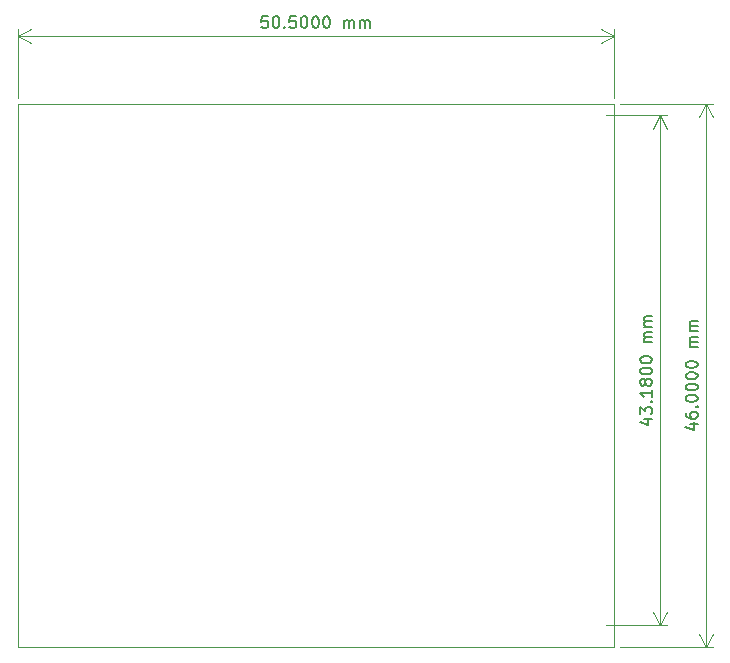
<source format=gbr>
%TF.GenerationSoftware,KiCad,Pcbnew,8.0.8*%
%TF.CreationDate,2025-03-10T22:00:58-04:00*%
%TF.ProjectId,PWM Module 2.0,50574d20-4d6f-4647-956c-6520322e302e,rev?*%
%TF.SameCoordinates,Original*%
%TF.FileFunction,Profile,NP*%
%FSLAX46Y46*%
G04 Gerber Fmt 4.6, Leading zero omitted, Abs format (unit mm)*
G04 Created by KiCad (PCBNEW 8.0.8) date 2025-03-10 22:00:58*
%MOMM*%
%LPD*%
G01*
G04 APERTURE LIST*
%TA.AperFunction,Profile*%
%ADD10C,0.050000*%
%TD*%
%ADD11C,0.150000*%
G04 APERTURE END LIST*
D10*
X151340000Y-24400000D02*
X201840000Y-24400000D01*
X201840000Y-70400000D01*
X151340000Y-70400000D01*
X151340000Y-24400000D01*
D11*
X208238152Y-51542856D02*
X208904819Y-51542856D01*
X207857200Y-51780951D02*
X208571485Y-52019046D01*
X208571485Y-52019046D02*
X208571485Y-51399999D01*
X207904819Y-50590475D02*
X207904819Y-50780951D01*
X207904819Y-50780951D02*
X207952438Y-50876189D01*
X207952438Y-50876189D02*
X208000057Y-50923808D01*
X208000057Y-50923808D02*
X208142914Y-51019046D01*
X208142914Y-51019046D02*
X208333390Y-51066665D01*
X208333390Y-51066665D02*
X208714342Y-51066665D01*
X208714342Y-51066665D02*
X208809580Y-51019046D01*
X208809580Y-51019046D02*
X208857200Y-50971427D01*
X208857200Y-50971427D02*
X208904819Y-50876189D01*
X208904819Y-50876189D02*
X208904819Y-50685713D01*
X208904819Y-50685713D02*
X208857200Y-50590475D01*
X208857200Y-50590475D02*
X208809580Y-50542856D01*
X208809580Y-50542856D02*
X208714342Y-50495237D01*
X208714342Y-50495237D02*
X208476247Y-50495237D01*
X208476247Y-50495237D02*
X208381009Y-50542856D01*
X208381009Y-50542856D02*
X208333390Y-50590475D01*
X208333390Y-50590475D02*
X208285771Y-50685713D01*
X208285771Y-50685713D02*
X208285771Y-50876189D01*
X208285771Y-50876189D02*
X208333390Y-50971427D01*
X208333390Y-50971427D02*
X208381009Y-51019046D01*
X208381009Y-51019046D02*
X208476247Y-51066665D01*
X208809580Y-50066665D02*
X208857200Y-50019046D01*
X208857200Y-50019046D02*
X208904819Y-50066665D01*
X208904819Y-50066665D02*
X208857200Y-50114284D01*
X208857200Y-50114284D02*
X208809580Y-50066665D01*
X208809580Y-50066665D02*
X208904819Y-50066665D01*
X207904819Y-49399999D02*
X207904819Y-49304761D01*
X207904819Y-49304761D02*
X207952438Y-49209523D01*
X207952438Y-49209523D02*
X208000057Y-49161904D01*
X208000057Y-49161904D02*
X208095295Y-49114285D01*
X208095295Y-49114285D02*
X208285771Y-49066666D01*
X208285771Y-49066666D02*
X208523866Y-49066666D01*
X208523866Y-49066666D02*
X208714342Y-49114285D01*
X208714342Y-49114285D02*
X208809580Y-49161904D01*
X208809580Y-49161904D02*
X208857200Y-49209523D01*
X208857200Y-49209523D02*
X208904819Y-49304761D01*
X208904819Y-49304761D02*
X208904819Y-49399999D01*
X208904819Y-49399999D02*
X208857200Y-49495237D01*
X208857200Y-49495237D02*
X208809580Y-49542856D01*
X208809580Y-49542856D02*
X208714342Y-49590475D01*
X208714342Y-49590475D02*
X208523866Y-49638094D01*
X208523866Y-49638094D02*
X208285771Y-49638094D01*
X208285771Y-49638094D02*
X208095295Y-49590475D01*
X208095295Y-49590475D02*
X208000057Y-49542856D01*
X208000057Y-49542856D02*
X207952438Y-49495237D01*
X207952438Y-49495237D02*
X207904819Y-49399999D01*
X207904819Y-48447618D02*
X207904819Y-48352380D01*
X207904819Y-48352380D02*
X207952438Y-48257142D01*
X207952438Y-48257142D02*
X208000057Y-48209523D01*
X208000057Y-48209523D02*
X208095295Y-48161904D01*
X208095295Y-48161904D02*
X208285771Y-48114285D01*
X208285771Y-48114285D02*
X208523866Y-48114285D01*
X208523866Y-48114285D02*
X208714342Y-48161904D01*
X208714342Y-48161904D02*
X208809580Y-48209523D01*
X208809580Y-48209523D02*
X208857200Y-48257142D01*
X208857200Y-48257142D02*
X208904819Y-48352380D01*
X208904819Y-48352380D02*
X208904819Y-48447618D01*
X208904819Y-48447618D02*
X208857200Y-48542856D01*
X208857200Y-48542856D02*
X208809580Y-48590475D01*
X208809580Y-48590475D02*
X208714342Y-48638094D01*
X208714342Y-48638094D02*
X208523866Y-48685713D01*
X208523866Y-48685713D02*
X208285771Y-48685713D01*
X208285771Y-48685713D02*
X208095295Y-48638094D01*
X208095295Y-48638094D02*
X208000057Y-48590475D01*
X208000057Y-48590475D02*
X207952438Y-48542856D01*
X207952438Y-48542856D02*
X207904819Y-48447618D01*
X207904819Y-47495237D02*
X207904819Y-47399999D01*
X207904819Y-47399999D02*
X207952438Y-47304761D01*
X207952438Y-47304761D02*
X208000057Y-47257142D01*
X208000057Y-47257142D02*
X208095295Y-47209523D01*
X208095295Y-47209523D02*
X208285771Y-47161904D01*
X208285771Y-47161904D02*
X208523866Y-47161904D01*
X208523866Y-47161904D02*
X208714342Y-47209523D01*
X208714342Y-47209523D02*
X208809580Y-47257142D01*
X208809580Y-47257142D02*
X208857200Y-47304761D01*
X208857200Y-47304761D02*
X208904819Y-47399999D01*
X208904819Y-47399999D02*
X208904819Y-47495237D01*
X208904819Y-47495237D02*
X208857200Y-47590475D01*
X208857200Y-47590475D02*
X208809580Y-47638094D01*
X208809580Y-47638094D02*
X208714342Y-47685713D01*
X208714342Y-47685713D02*
X208523866Y-47733332D01*
X208523866Y-47733332D02*
X208285771Y-47733332D01*
X208285771Y-47733332D02*
X208095295Y-47685713D01*
X208095295Y-47685713D02*
X208000057Y-47638094D01*
X208000057Y-47638094D02*
X207952438Y-47590475D01*
X207952438Y-47590475D02*
X207904819Y-47495237D01*
X207904819Y-46542856D02*
X207904819Y-46447618D01*
X207904819Y-46447618D02*
X207952438Y-46352380D01*
X207952438Y-46352380D02*
X208000057Y-46304761D01*
X208000057Y-46304761D02*
X208095295Y-46257142D01*
X208095295Y-46257142D02*
X208285771Y-46209523D01*
X208285771Y-46209523D02*
X208523866Y-46209523D01*
X208523866Y-46209523D02*
X208714342Y-46257142D01*
X208714342Y-46257142D02*
X208809580Y-46304761D01*
X208809580Y-46304761D02*
X208857200Y-46352380D01*
X208857200Y-46352380D02*
X208904819Y-46447618D01*
X208904819Y-46447618D02*
X208904819Y-46542856D01*
X208904819Y-46542856D02*
X208857200Y-46638094D01*
X208857200Y-46638094D02*
X208809580Y-46685713D01*
X208809580Y-46685713D02*
X208714342Y-46733332D01*
X208714342Y-46733332D02*
X208523866Y-46780951D01*
X208523866Y-46780951D02*
X208285771Y-46780951D01*
X208285771Y-46780951D02*
X208095295Y-46733332D01*
X208095295Y-46733332D02*
X208000057Y-46685713D01*
X208000057Y-46685713D02*
X207952438Y-46638094D01*
X207952438Y-46638094D02*
X207904819Y-46542856D01*
X208904819Y-45019046D02*
X208238152Y-45019046D01*
X208333390Y-45019046D02*
X208285771Y-44971427D01*
X208285771Y-44971427D02*
X208238152Y-44876189D01*
X208238152Y-44876189D02*
X208238152Y-44733332D01*
X208238152Y-44733332D02*
X208285771Y-44638094D01*
X208285771Y-44638094D02*
X208381009Y-44590475D01*
X208381009Y-44590475D02*
X208904819Y-44590475D01*
X208381009Y-44590475D02*
X208285771Y-44542856D01*
X208285771Y-44542856D02*
X208238152Y-44447618D01*
X208238152Y-44447618D02*
X208238152Y-44304761D01*
X208238152Y-44304761D02*
X208285771Y-44209522D01*
X208285771Y-44209522D02*
X208381009Y-44161903D01*
X208381009Y-44161903D02*
X208904819Y-44161903D01*
X208904819Y-43685713D02*
X208238152Y-43685713D01*
X208333390Y-43685713D02*
X208285771Y-43638094D01*
X208285771Y-43638094D02*
X208238152Y-43542856D01*
X208238152Y-43542856D02*
X208238152Y-43399999D01*
X208238152Y-43399999D02*
X208285771Y-43304761D01*
X208285771Y-43304761D02*
X208381009Y-43257142D01*
X208381009Y-43257142D02*
X208904819Y-43257142D01*
X208381009Y-43257142D02*
X208285771Y-43209523D01*
X208285771Y-43209523D02*
X208238152Y-43114285D01*
X208238152Y-43114285D02*
X208238152Y-42971428D01*
X208238152Y-42971428D02*
X208285771Y-42876189D01*
X208285771Y-42876189D02*
X208381009Y-42828570D01*
X208381009Y-42828570D02*
X208904819Y-42828570D01*
D10*
X202340000Y-70400000D02*
X210186420Y-70400000D01*
X202340000Y-24400000D02*
X210186420Y-24400000D01*
X209600000Y-70400000D02*
X209600000Y-24400000D01*
X209600000Y-70400000D02*
X209600000Y-24400000D01*
X209600000Y-70400000D02*
X209013579Y-69273496D01*
X209600000Y-70400000D02*
X210186421Y-69273496D01*
X209600000Y-24400000D02*
X210186421Y-25526504D01*
X209600000Y-24400000D02*
X209013579Y-25526504D01*
D11*
X172494762Y-17004820D02*
X172018572Y-17004820D01*
X172018572Y-17004820D02*
X171970953Y-17481010D01*
X171970953Y-17481010D02*
X172018572Y-17433391D01*
X172018572Y-17433391D02*
X172113810Y-17385772D01*
X172113810Y-17385772D02*
X172351905Y-17385772D01*
X172351905Y-17385772D02*
X172447143Y-17433391D01*
X172447143Y-17433391D02*
X172494762Y-17481010D01*
X172494762Y-17481010D02*
X172542381Y-17576248D01*
X172542381Y-17576248D02*
X172542381Y-17814343D01*
X172542381Y-17814343D02*
X172494762Y-17909581D01*
X172494762Y-17909581D02*
X172447143Y-17957201D01*
X172447143Y-17957201D02*
X172351905Y-18004820D01*
X172351905Y-18004820D02*
X172113810Y-18004820D01*
X172113810Y-18004820D02*
X172018572Y-17957201D01*
X172018572Y-17957201D02*
X171970953Y-17909581D01*
X173161429Y-17004820D02*
X173256667Y-17004820D01*
X173256667Y-17004820D02*
X173351905Y-17052439D01*
X173351905Y-17052439D02*
X173399524Y-17100058D01*
X173399524Y-17100058D02*
X173447143Y-17195296D01*
X173447143Y-17195296D02*
X173494762Y-17385772D01*
X173494762Y-17385772D02*
X173494762Y-17623867D01*
X173494762Y-17623867D02*
X173447143Y-17814343D01*
X173447143Y-17814343D02*
X173399524Y-17909581D01*
X173399524Y-17909581D02*
X173351905Y-17957201D01*
X173351905Y-17957201D02*
X173256667Y-18004820D01*
X173256667Y-18004820D02*
X173161429Y-18004820D01*
X173161429Y-18004820D02*
X173066191Y-17957201D01*
X173066191Y-17957201D02*
X173018572Y-17909581D01*
X173018572Y-17909581D02*
X172970953Y-17814343D01*
X172970953Y-17814343D02*
X172923334Y-17623867D01*
X172923334Y-17623867D02*
X172923334Y-17385772D01*
X172923334Y-17385772D02*
X172970953Y-17195296D01*
X172970953Y-17195296D02*
X173018572Y-17100058D01*
X173018572Y-17100058D02*
X173066191Y-17052439D01*
X173066191Y-17052439D02*
X173161429Y-17004820D01*
X173923334Y-17909581D02*
X173970953Y-17957201D01*
X173970953Y-17957201D02*
X173923334Y-18004820D01*
X173923334Y-18004820D02*
X173875715Y-17957201D01*
X173875715Y-17957201D02*
X173923334Y-17909581D01*
X173923334Y-17909581D02*
X173923334Y-18004820D01*
X174875714Y-17004820D02*
X174399524Y-17004820D01*
X174399524Y-17004820D02*
X174351905Y-17481010D01*
X174351905Y-17481010D02*
X174399524Y-17433391D01*
X174399524Y-17433391D02*
X174494762Y-17385772D01*
X174494762Y-17385772D02*
X174732857Y-17385772D01*
X174732857Y-17385772D02*
X174828095Y-17433391D01*
X174828095Y-17433391D02*
X174875714Y-17481010D01*
X174875714Y-17481010D02*
X174923333Y-17576248D01*
X174923333Y-17576248D02*
X174923333Y-17814343D01*
X174923333Y-17814343D02*
X174875714Y-17909581D01*
X174875714Y-17909581D02*
X174828095Y-17957201D01*
X174828095Y-17957201D02*
X174732857Y-18004820D01*
X174732857Y-18004820D02*
X174494762Y-18004820D01*
X174494762Y-18004820D02*
X174399524Y-17957201D01*
X174399524Y-17957201D02*
X174351905Y-17909581D01*
X175542381Y-17004820D02*
X175637619Y-17004820D01*
X175637619Y-17004820D02*
X175732857Y-17052439D01*
X175732857Y-17052439D02*
X175780476Y-17100058D01*
X175780476Y-17100058D02*
X175828095Y-17195296D01*
X175828095Y-17195296D02*
X175875714Y-17385772D01*
X175875714Y-17385772D02*
X175875714Y-17623867D01*
X175875714Y-17623867D02*
X175828095Y-17814343D01*
X175828095Y-17814343D02*
X175780476Y-17909581D01*
X175780476Y-17909581D02*
X175732857Y-17957201D01*
X175732857Y-17957201D02*
X175637619Y-18004820D01*
X175637619Y-18004820D02*
X175542381Y-18004820D01*
X175542381Y-18004820D02*
X175447143Y-17957201D01*
X175447143Y-17957201D02*
X175399524Y-17909581D01*
X175399524Y-17909581D02*
X175351905Y-17814343D01*
X175351905Y-17814343D02*
X175304286Y-17623867D01*
X175304286Y-17623867D02*
X175304286Y-17385772D01*
X175304286Y-17385772D02*
X175351905Y-17195296D01*
X175351905Y-17195296D02*
X175399524Y-17100058D01*
X175399524Y-17100058D02*
X175447143Y-17052439D01*
X175447143Y-17052439D02*
X175542381Y-17004820D01*
X176494762Y-17004820D02*
X176590000Y-17004820D01*
X176590000Y-17004820D02*
X176685238Y-17052439D01*
X176685238Y-17052439D02*
X176732857Y-17100058D01*
X176732857Y-17100058D02*
X176780476Y-17195296D01*
X176780476Y-17195296D02*
X176828095Y-17385772D01*
X176828095Y-17385772D02*
X176828095Y-17623867D01*
X176828095Y-17623867D02*
X176780476Y-17814343D01*
X176780476Y-17814343D02*
X176732857Y-17909581D01*
X176732857Y-17909581D02*
X176685238Y-17957201D01*
X176685238Y-17957201D02*
X176590000Y-18004820D01*
X176590000Y-18004820D02*
X176494762Y-18004820D01*
X176494762Y-18004820D02*
X176399524Y-17957201D01*
X176399524Y-17957201D02*
X176351905Y-17909581D01*
X176351905Y-17909581D02*
X176304286Y-17814343D01*
X176304286Y-17814343D02*
X176256667Y-17623867D01*
X176256667Y-17623867D02*
X176256667Y-17385772D01*
X176256667Y-17385772D02*
X176304286Y-17195296D01*
X176304286Y-17195296D02*
X176351905Y-17100058D01*
X176351905Y-17100058D02*
X176399524Y-17052439D01*
X176399524Y-17052439D02*
X176494762Y-17004820D01*
X177447143Y-17004820D02*
X177542381Y-17004820D01*
X177542381Y-17004820D02*
X177637619Y-17052439D01*
X177637619Y-17052439D02*
X177685238Y-17100058D01*
X177685238Y-17100058D02*
X177732857Y-17195296D01*
X177732857Y-17195296D02*
X177780476Y-17385772D01*
X177780476Y-17385772D02*
X177780476Y-17623867D01*
X177780476Y-17623867D02*
X177732857Y-17814343D01*
X177732857Y-17814343D02*
X177685238Y-17909581D01*
X177685238Y-17909581D02*
X177637619Y-17957201D01*
X177637619Y-17957201D02*
X177542381Y-18004820D01*
X177542381Y-18004820D02*
X177447143Y-18004820D01*
X177447143Y-18004820D02*
X177351905Y-17957201D01*
X177351905Y-17957201D02*
X177304286Y-17909581D01*
X177304286Y-17909581D02*
X177256667Y-17814343D01*
X177256667Y-17814343D02*
X177209048Y-17623867D01*
X177209048Y-17623867D02*
X177209048Y-17385772D01*
X177209048Y-17385772D02*
X177256667Y-17195296D01*
X177256667Y-17195296D02*
X177304286Y-17100058D01*
X177304286Y-17100058D02*
X177351905Y-17052439D01*
X177351905Y-17052439D02*
X177447143Y-17004820D01*
X178970953Y-18004820D02*
X178970953Y-17338153D01*
X178970953Y-17433391D02*
X179018572Y-17385772D01*
X179018572Y-17385772D02*
X179113810Y-17338153D01*
X179113810Y-17338153D02*
X179256667Y-17338153D01*
X179256667Y-17338153D02*
X179351905Y-17385772D01*
X179351905Y-17385772D02*
X179399524Y-17481010D01*
X179399524Y-17481010D02*
X179399524Y-18004820D01*
X179399524Y-17481010D02*
X179447143Y-17385772D01*
X179447143Y-17385772D02*
X179542381Y-17338153D01*
X179542381Y-17338153D02*
X179685238Y-17338153D01*
X179685238Y-17338153D02*
X179780477Y-17385772D01*
X179780477Y-17385772D02*
X179828096Y-17481010D01*
X179828096Y-17481010D02*
X179828096Y-18004820D01*
X180304286Y-18004820D02*
X180304286Y-17338153D01*
X180304286Y-17433391D02*
X180351905Y-17385772D01*
X180351905Y-17385772D02*
X180447143Y-17338153D01*
X180447143Y-17338153D02*
X180590000Y-17338153D01*
X180590000Y-17338153D02*
X180685238Y-17385772D01*
X180685238Y-17385772D02*
X180732857Y-17481010D01*
X180732857Y-17481010D02*
X180732857Y-18004820D01*
X180732857Y-17481010D02*
X180780476Y-17385772D01*
X180780476Y-17385772D02*
X180875714Y-17338153D01*
X180875714Y-17338153D02*
X181018571Y-17338153D01*
X181018571Y-17338153D02*
X181113810Y-17385772D01*
X181113810Y-17385772D02*
X181161429Y-17481010D01*
X181161429Y-17481010D02*
X181161429Y-18004820D01*
D10*
X201840000Y-23900000D02*
X201840000Y-18113581D01*
X151340000Y-23900000D02*
X151340000Y-18113581D01*
X201840000Y-18700001D02*
X151340000Y-18700001D01*
X201840000Y-18700001D02*
X151340000Y-18700001D01*
X201840000Y-18700001D02*
X200713496Y-19286422D01*
X201840000Y-18700001D02*
X200713496Y-18113580D01*
X151340000Y-18700001D02*
X152466504Y-18113580D01*
X151340000Y-18700001D02*
X152466504Y-19286422D01*
D11*
X204378152Y-51132856D02*
X205044819Y-51132856D01*
X203997200Y-51370951D02*
X204711485Y-51609046D01*
X204711485Y-51609046D02*
X204711485Y-50989999D01*
X204044819Y-50704284D02*
X204044819Y-50085237D01*
X204044819Y-50085237D02*
X204425771Y-50418570D01*
X204425771Y-50418570D02*
X204425771Y-50275713D01*
X204425771Y-50275713D02*
X204473390Y-50180475D01*
X204473390Y-50180475D02*
X204521009Y-50132856D01*
X204521009Y-50132856D02*
X204616247Y-50085237D01*
X204616247Y-50085237D02*
X204854342Y-50085237D01*
X204854342Y-50085237D02*
X204949580Y-50132856D01*
X204949580Y-50132856D02*
X204997200Y-50180475D01*
X204997200Y-50180475D02*
X205044819Y-50275713D01*
X205044819Y-50275713D02*
X205044819Y-50561427D01*
X205044819Y-50561427D02*
X204997200Y-50656665D01*
X204997200Y-50656665D02*
X204949580Y-50704284D01*
X204949580Y-49656665D02*
X204997200Y-49609046D01*
X204997200Y-49609046D02*
X205044819Y-49656665D01*
X205044819Y-49656665D02*
X204997200Y-49704284D01*
X204997200Y-49704284D02*
X204949580Y-49656665D01*
X204949580Y-49656665D02*
X205044819Y-49656665D01*
X205044819Y-48656666D02*
X205044819Y-49228094D01*
X205044819Y-48942380D02*
X204044819Y-48942380D01*
X204044819Y-48942380D02*
X204187676Y-49037618D01*
X204187676Y-49037618D02*
X204282914Y-49132856D01*
X204282914Y-49132856D02*
X204330533Y-49228094D01*
X204473390Y-48085237D02*
X204425771Y-48180475D01*
X204425771Y-48180475D02*
X204378152Y-48228094D01*
X204378152Y-48228094D02*
X204282914Y-48275713D01*
X204282914Y-48275713D02*
X204235295Y-48275713D01*
X204235295Y-48275713D02*
X204140057Y-48228094D01*
X204140057Y-48228094D02*
X204092438Y-48180475D01*
X204092438Y-48180475D02*
X204044819Y-48085237D01*
X204044819Y-48085237D02*
X204044819Y-47894761D01*
X204044819Y-47894761D02*
X204092438Y-47799523D01*
X204092438Y-47799523D02*
X204140057Y-47751904D01*
X204140057Y-47751904D02*
X204235295Y-47704285D01*
X204235295Y-47704285D02*
X204282914Y-47704285D01*
X204282914Y-47704285D02*
X204378152Y-47751904D01*
X204378152Y-47751904D02*
X204425771Y-47799523D01*
X204425771Y-47799523D02*
X204473390Y-47894761D01*
X204473390Y-47894761D02*
X204473390Y-48085237D01*
X204473390Y-48085237D02*
X204521009Y-48180475D01*
X204521009Y-48180475D02*
X204568628Y-48228094D01*
X204568628Y-48228094D02*
X204663866Y-48275713D01*
X204663866Y-48275713D02*
X204854342Y-48275713D01*
X204854342Y-48275713D02*
X204949580Y-48228094D01*
X204949580Y-48228094D02*
X204997200Y-48180475D01*
X204997200Y-48180475D02*
X205044819Y-48085237D01*
X205044819Y-48085237D02*
X205044819Y-47894761D01*
X205044819Y-47894761D02*
X204997200Y-47799523D01*
X204997200Y-47799523D02*
X204949580Y-47751904D01*
X204949580Y-47751904D02*
X204854342Y-47704285D01*
X204854342Y-47704285D02*
X204663866Y-47704285D01*
X204663866Y-47704285D02*
X204568628Y-47751904D01*
X204568628Y-47751904D02*
X204521009Y-47799523D01*
X204521009Y-47799523D02*
X204473390Y-47894761D01*
X204044819Y-47085237D02*
X204044819Y-46989999D01*
X204044819Y-46989999D02*
X204092438Y-46894761D01*
X204092438Y-46894761D02*
X204140057Y-46847142D01*
X204140057Y-46847142D02*
X204235295Y-46799523D01*
X204235295Y-46799523D02*
X204425771Y-46751904D01*
X204425771Y-46751904D02*
X204663866Y-46751904D01*
X204663866Y-46751904D02*
X204854342Y-46799523D01*
X204854342Y-46799523D02*
X204949580Y-46847142D01*
X204949580Y-46847142D02*
X204997200Y-46894761D01*
X204997200Y-46894761D02*
X205044819Y-46989999D01*
X205044819Y-46989999D02*
X205044819Y-47085237D01*
X205044819Y-47085237D02*
X204997200Y-47180475D01*
X204997200Y-47180475D02*
X204949580Y-47228094D01*
X204949580Y-47228094D02*
X204854342Y-47275713D01*
X204854342Y-47275713D02*
X204663866Y-47323332D01*
X204663866Y-47323332D02*
X204425771Y-47323332D01*
X204425771Y-47323332D02*
X204235295Y-47275713D01*
X204235295Y-47275713D02*
X204140057Y-47228094D01*
X204140057Y-47228094D02*
X204092438Y-47180475D01*
X204092438Y-47180475D02*
X204044819Y-47085237D01*
X204044819Y-46132856D02*
X204044819Y-46037618D01*
X204044819Y-46037618D02*
X204092438Y-45942380D01*
X204092438Y-45942380D02*
X204140057Y-45894761D01*
X204140057Y-45894761D02*
X204235295Y-45847142D01*
X204235295Y-45847142D02*
X204425771Y-45799523D01*
X204425771Y-45799523D02*
X204663866Y-45799523D01*
X204663866Y-45799523D02*
X204854342Y-45847142D01*
X204854342Y-45847142D02*
X204949580Y-45894761D01*
X204949580Y-45894761D02*
X204997200Y-45942380D01*
X204997200Y-45942380D02*
X205044819Y-46037618D01*
X205044819Y-46037618D02*
X205044819Y-46132856D01*
X205044819Y-46132856D02*
X204997200Y-46228094D01*
X204997200Y-46228094D02*
X204949580Y-46275713D01*
X204949580Y-46275713D02*
X204854342Y-46323332D01*
X204854342Y-46323332D02*
X204663866Y-46370951D01*
X204663866Y-46370951D02*
X204425771Y-46370951D01*
X204425771Y-46370951D02*
X204235295Y-46323332D01*
X204235295Y-46323332D02*
X204140057Y-46275713D01*
X204140057Y-46275713D02*
X204092438Y-46228094D01*
X204092438Y-46228094D02*
X204044819Y-46132856D01*
X205044819Y-44609046D02*
X204378152Y-44609046D01*
X204473390Y-44609046D02*
X204425771Y-44561427D01*
X204425771Y-44561427D02*
X204378152Y-44466189D01*
X204378152Y-44466189D02*
X204378152Y-44323332D01*
X204378152Y-44323332D02*
X204425771Y-44228094D01*
X204425771Y-44228094D02*
X204521009Y-44180475D01*
X204521009Y-44180475D02*
X205044819Y-44180475D01*
X204521009Y-44180475D02*
X204425771Y-44132856D01*
X204425771Y-44132856D02*
X204378152Y-44037618D01*
X204378152Y-44037618D02*
X204378152Y-43894761D01*
X204378152Y-43894761D02*
X204425771Y-43799522D01*
X204425771Y-43799522D02*
X204521009Y-43751903D01*
X204521009Y-43751903D02*
X205044819Y-43751903D01*
X205044819Y-43275713D02*
X204378152Y-43275713D01*
X204473390Y-43275713D02*
X204425771Y-43228094D01*
X204425771Y-43228094D02*
X204378152Y-43132856D01*
X204378152Y-43132856D02*
X204378152Y-42989999D01*
X204378152Y-42989999D02*
X204425771Y-42894761D01*
X204425771Y-42894761D02*
X204521009Y-42847142D01*
X204521009Y-42847142D02*
X205044819Y-42847142D01*
X204521009Y-42847142D02*
X204425771Y-42799523D01*
X204425771Y-42799523D02*
X204378152Y-42704285D01*
X204378152Y-42704285D02*
X204378152Y-42561428D01*
X204378152Y-42561428D02*
X204425771Y-42466189D01*
X204425771Y-42466189D02*
X204521009Y-42418570D01*
X204521009Y-42418570D02*
X205044819Y-42418570D01*
D10*
X201160000Y-68580000D02*
X206326420Y-68580000D01*
X201160000Y-25400000D02*
X206326420Y-25400000D01*
X205740000Y-68580000D02*
X205740000Y-25400000D01*
X205740000Y-68580000D02*
X205740000Y-25400000D01*
X205740000Y-68580000D02*
X205153579Y-67453496D01*
X205740000Y-68580000D02*
X206326421Y-67453496D01*
X205740000Y-25400000D02*
X206326421Y-26526504D01*
X205740000Y-25400000D02*
X205153579Y-26526504D01*
M02*

</source>
